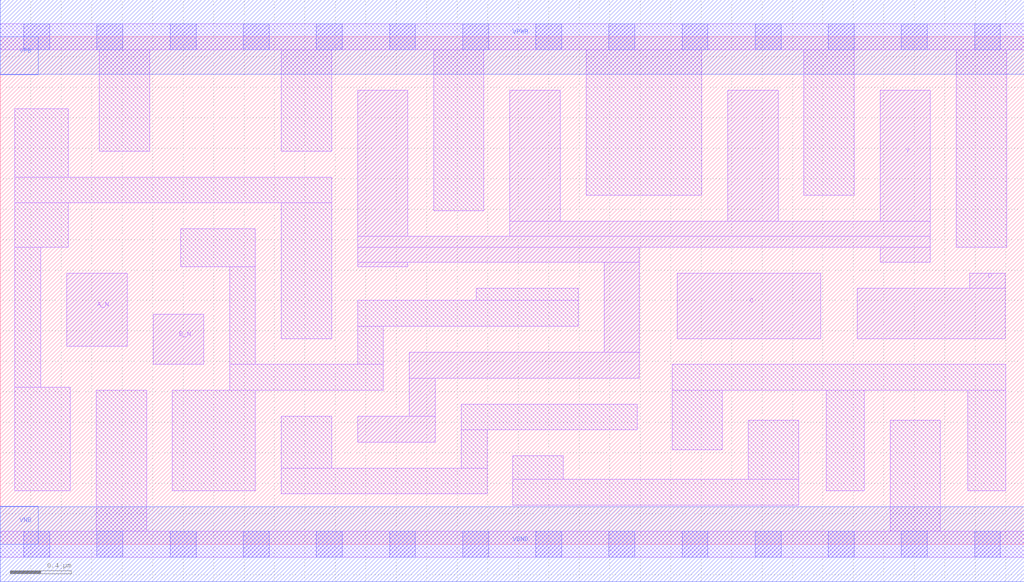
<source format=lef>
# Copyright 2020 The SkyWater PDK Authors
#
# Licensed under the Apache License, Version 2.0 (the "License");
# you may not use this file except in compliance with the License.
# You may obtain a copy of the License at
#
#     https://www.apache.org/licenses/LICENSE-2.0
#
# Unless required by applicable law or agreed to in writing, software
# distributed under the License is distributed on an "AS IS" BASIS,
# WITHOUT WARRANTIES OR CONDITIONS OF ANY KIND, either express or implied.
# See the License for the specific language governing permissions and
# limitations under the License.
#
# SPDX-License-Identifier: Apache-2.0

VERSION 5.5 ;
NAMESCASESENSITIVE ON ;
BUSBITCHARS "[]" ;
DIVIDERCHAR "/" ;
MACRO sky130_fd_sc_hs__nand4bb_2
  CLASS CORE ;
  SOURCE USER ;
  ORIGIN  0.000000  0.000000 ;
  SIZE  6.720000 BY  3.330000 ;
  SYMMETRY X Y ;
  SITE unit ;
  PIN A_N
    ANTENNAGATEAREA  0.246000 ;
    DIRECTION INPUT ;
    USE SIGNAL ;
    PORT
      LAYER li1 ;
        RECT 0.435000 1.300000 0.835000 1.780000 ;
    END
  END A_N
  PIN B_N
    ANTENNAGATEAREA  0.246000 ;
    DIRECTION INPUT ;
    USE SIGNAL ;
    PORT
      LAYER li1 ;
        RECT 1.005000 1.180000 1.335000 1.510000 ;
    END
  END B_N
  PIN C
    ANTENNAGATEAREA  0.558000 ;
    DIRECTION INPUT ;
    USE SIGNAL ;
    PORT
      LAYER li1 ;
        RECT 4.445000 1.350000 5.385000 1.780000 ;
    END
  END C
  PIN D
    ANTENNAGATEAREA  0.558000 ;
    DIRECTION INPUT ;
    USE SIGNAL ;
    PORT
      LAYER li1 ;
        RECT 5.625000 1.350000 6.595000 1.680000 ;
        RECT 6.365000 1.680000 6.595000 1.780000 ;
    END
  END D
  PIN Y
    ANTENNADIFFAREA  1.614500 ;
    DIRECTION OUTPUT ;
    USE SIGNAL ;
    PORT
      LAYER li1 ;
        RECT 2.345000 0.670000 2.855000 0.840000 ;
        RECT 2.345000 1.820000 2.675000 1.850000 ;
        RECT 2.345000 1.850000 4.195000 1.950000 ;
        RECT 2.345000 1.950000 6.105000 2.020000 ;
        RECT 2.345000 2.020000 2.675000 2.980000 ;
        RECT 2.685000 0.840000 2.855000 1.090000 ;
        RECT 2.685000 1.090000 4.195000 1.260000 ;
        RECT 3.345000 2.020000 6.105000 2.120000 ;
        RECT 3.345000 2.120000 3.675000 2.980000 ;
        RECT 3.965000 1.260000 4.195000 1.850000 ;
        RECT 4.775000 2.120000 5.105000 2.980000 ;
        RECT 5.775000 1.850000 6.105000 1.950000 ;
        RECT 5.775000 2.120000 6.105000 2.980000 ;
    END
  END Y
  PIN VGND
    DIRECTION INOUT ;
    USE GROUND ;
    PORT
      LAYER met1 ;
        RECT 0.000000 -0.245000 6.720000 0.245000 ;
    END
  END VGND
  PIN VNB
    DIRECTION INOUT ;
    USE GROUND ;
    PORT
      LAYER met1 ;
        RECT 0.000000 0.000000 0.250000 0.250000 ;
    END
  END VNB
  PIN VPB
    DIRECTION INOUT ;
    USE POWER ;
    PORT
      LAYER met1 ;
        RECT 0.000000 3.080000 0.250000 3.330000 ;
    END
  END VPB
  PIN VPWR
    DIRECTION INOUT ;
    USE POWER ;
    PORT
      LAYER met1 ;
        RECT 0.000000 3.085000 6.720000 3.575000 ;
    END
  END VPWR
  OBS
    LAYER li1 ;
      RECT 0.000000 -0.085000 6.720000 0.085000 ;
      RECT 0.000000  3.245000 6.720000 3.415000 ;
      RECT 0.095000  0.350000 0.460000 1.030000 ;
      RECT 0.095000  1.030000 0.265000 1.950000 ;
      RECT 0.095000  1.950000 0.445000 2.240000 ;
      RECT 0.095000  2.240000 2.175000 2.410000 ;
      RECT 0.095000  2.410000 0.445000 2.860000 ;
      RECT 0.630000  0.085000 0.960000 1.010000 ;
      RECT 0.650000  2.580000 0.980000 3.245000 ;
      RECT 1.130000  0.350000 1.675000 1.010000 ;
      RECT 1.185000  1.820000 1.675000 2.070000 ;
      RECT 1.505000  1.010000 2.515000 1.180000 ;
      RECT 1.505000  1.180000 1.675000 1.820000 ;
      RECT 1.845000  0.330000 3.195000 0.500000 ;
      RECT 1.845000  0.500000 2.175000 0.840000 ;
      RECT 1.845000  1.350000 2.175000 2.240000 ;
      RECT 1.845000  2.580000 2.175000 3.245000 ;
      RECT 2.345000  1.180000 2.515000 1.430000 ;
      RECT 2.345000  1.430000 3.795000 1.600000 ;
      RECT 2.845000  2.190000 3.175000 3.245000 ;
      RECT 3.025000  0.500000 3.195000 0.750000 ;
      RECT 3.025000  0.750000 4.180000 0.920000 ;
      RECT 3.125000  1.600000 3.795000 1.680000 ;
      RECT 3.365000  0.255000 5.240000 0.425000 ;
      RECT 3.365000  0.425000 3.695000 0.580000 ;
      RECT 3.845000  2.290000 4.605000 3.245000 ;
      RECT 4.410000  0.620000 4.740000 1.010000 ;
      RECT 4.410000  1.010000 6.600000 1.180000 ;
      RECT 4.910000  0.425000 5.240000 0.815000 ;
      RECT 5.275000  2.290000 5.605000 3.245000 ;
      RECT 5.420000  0.350000 5.670000 1.010000 ;
      RECT 5.840000  0.085000 6.170000 0.815000 ;
      RECT 6.275000  1.950000 6.605000 3.245000 ;
      RECT 6.350000  0.350000 6.600000 1.010000 ;
    LAYER mcon ;
      RECT 0.155000 -0.085000 0.325000 0.085000 ;
      RECT 0.155000  3.245000 0.325000 3.415000 ;
      RECT 0.635000 -0.085000 0.805000 0.085000 ;
      RECT 0.635000  3.245000 0.805000 3.415000 ;
      RECT 1.115000 -0.085000 1.285000 0.085000 ;
      RECT 1.115000  3.245000 1.285000 3.415000 ;
      RECT 1.595000 -0.085000 1.765000 0.085000 ;
      RECT 1.595000  3.245000 1.765000 3.415000 ;
      RECT 2.075000 -0.085000 2.245000 0.085000 ;
      RECT 2.075000  3.245000 2.245000 3.415000 ;
      RECT 2.555000 -0.085000 2.725000 0.085000 ;
      RECT 2.555000  3.245000 2.725000 3.415000 ;
      RECT 3.035000 -0.085000 3.205000 0.085000 ;
      RECT 3.035000  3.245000 3.205000 3.415000 ;
      RECT 3.515000 -0.085000 3.685000 0.085000 ;
      RECT 3.515000  3.245000 3.685000 3.415000 ;
      RECT 3.995000 -0.085000 4.165000 0.085000 ;
      RECT 3.995000  3.245000 4.165000 3.415000 ;
      RECT 4.475000 -0.085000 4.645000 0.085000 ;
      RECT 4.475000  3.245000 4.645000 3.415000 ;
      RECT 4.955000 -0.085000 5.125000 0.085000 ;
      RECT 4.955000  3.245000 5.125000 3.415000 ;
      RECT 5.435000 -0.085000 5.605000 0.085000 ;
      RECT 5.435000  3.245000 5.605000 3.415000 ;
      RECT 5.915000 -0.085000 6.085000 0.085000 ;
      RECT 5.915000  3.245000 6.085000 3.415000 ;
      RECT 6.395000 -0.085000 6.565000 0.085000 ;
      RECT 6.395000  3.245000 6.565000 3.415000 ;
  END
END sky130_fd_sc_hs__nand4bb_2
END LIBRARY

</source>
